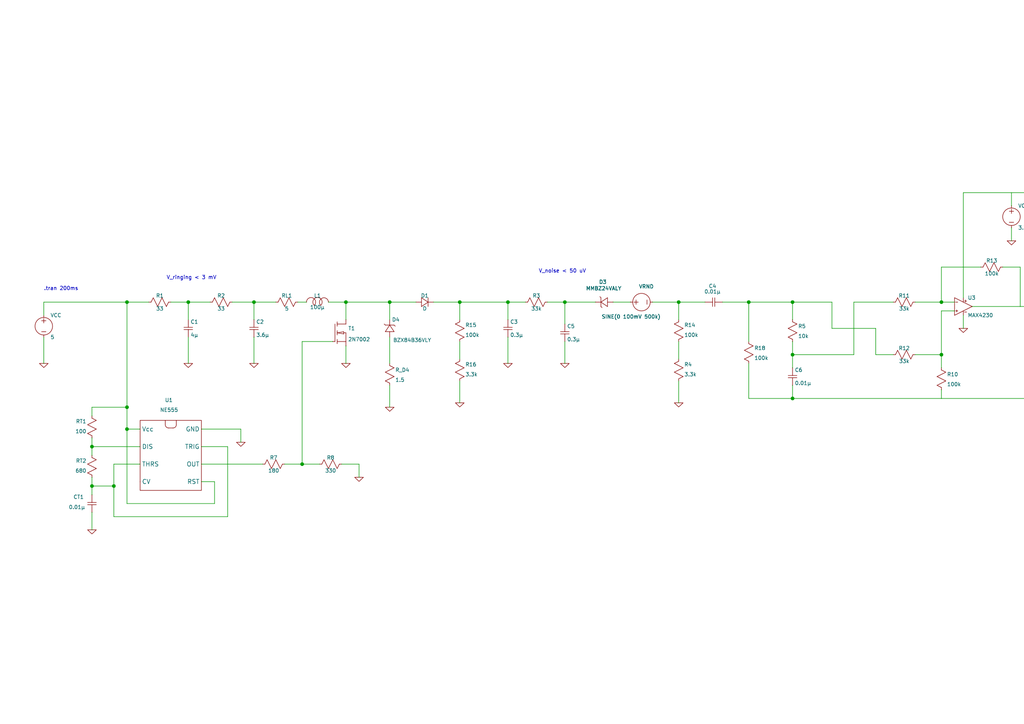
<source format=kicad_sch>
(kicad_sch (version 20231120) (generator "eeschema") (generator_version "8.0")
  (paper "A4")
  (lib_symbols
    (symbol "ltspice:GND" (power)
      (symbol "GND_0_0"
        (polyline (pts (xy 1.27 0) (xy -1.27 0) (xy 0 -1.1938) (xy 1.27 0) (xy -1.27 0) (xy 0 -1.1938)) (stroke (width 0.1524)))
        (pin power_in line (at 0 0 0) (length 0.0005) (name "") (number ""))
      )
    )
    (symbol "ltspice:Misc/NE555" (pin_numbers hide)
      (symbol "Misc/NE555_0_0"
        (rectangle (start -8.89 10.16) (end 8.89 -10.16) (stroke (width 0.1524)))
        (arc (start -1.6002 8.89) (mid -1.3175 8.2075) (end -0.635 7.9502) (stroke (width 0.1524)))
        (polyline (pts (xy -1.6002 8.89) (xy -1.6002 10.16)) (stroke (width 0.1524)))
        (polyline (pts (xy 0.635 7.9502) (xy -0.635 7.9502)) (stroke (width 0.1524)))
        (polyline (pts (xy 1.6002 8.89) (xy 1.6002 10.16)) (stroke (width 0.1524)))
        (arc (start 0.635 7.9502) (mid 1.2995 8.2255) (end 1.6002 8.89) (stroke (width 0.1524)))
        (pin passive line (at -8.89 7.62 0) (length 0.0005) (name "GND") (number "1"))
        (pin passive line (at -8.89 2.54 0) (length 0.0005) (name "TRIG") (number "2"))
        (pin passive line (at -8.89 -2.54 0) (length 0.0005) (name "OUT") (number "3"))
        (pin passive line (at -8.89 -7.62 0) (length 0.0005) (name "RST") (number "4"))
        (pin passive line (at 8.89 -7.62 180) (length 0.0005) (name "CV") (number "5"))
        (pin passive line (at 8.89 -2.54 180) (length 0.0005) (name "THRS") (number "6"))
        (pin passive line (at 8.89 2.54 180) (length 0.0005) (name "DIS") (number "7"))
        (pin passive line (at 8.89 7.62 180) (length 0.0005) (name "Vcc") (number "8"))
      )
    )
    (symbol "ltspice:OpAmps/MAX4230" (pin_numbers hide)
      (symbol "OpAmps/MAX4230_0_0"
        (polyline (pts (xy -2.54 -7.62) (xy -2.54 -2.54)) (stroke (width 0.1524)))
        (polyline (pts (xy -1.905 -6.0452) (xy -1.905 -6.6802)) (stroke (width 0.1524)))
        (polyline (pts (xy -1.6002 -6.35) (xy -2.2352 -6.35)) (stroke (width 0.1524)))
        (polyline (pts (xy -1.6002 -3.81) (xy -2.2352 -3.81)) (stroke (width 0.1524)))
        (polyline (pts (xy 0 -6.35) (xy 0 -7.62)) (stroke (width 0.1524)))
        (polyline (pts (xy 0 -3.81) (xy 0 -2.54)) (stroke (width 0.1524)))
        (polyline (pts (xy 0.635 -3.81) (xy 0.635 -3.175)) (stroke (width 0.1524)))
        (polyline (pts (xy 0.9652 -6.6802) (xy 0.3302 -6.6802)) (stroke (width 0.1524)))
        (polyline (pts (xy 0.9652 -3.5052) (xy 0.3302 -3.5052)) (stroke (width 0.1524)))
        (polyline (pts (xy 2.54 -5.08) (xy -2.54 -7.62)) (stroke (width 0.1524)))
        (polyline (pts (xy 2.54 -5.08) (xy -2.54 -2.54)) (stroke (width 0.1524)))
        (pin passive line (at -2.54 -6.35 0) (length 0.0005) (name "In+") (number "1"))
        (pin passive line (at -2.54 -3.81 0) (length 0.0005) (name "In-") (number "2"))
        (pin passive line (at 0 -2.54 0) (length 0.0005) (name "V+") (number "3"))
        (pin passive line (at 0 -7.62 0) (length 0.0005) (name "V-") (number "4"))
        (pin passive line (at 2.54 -5.08 0) (length 0.0005) (name "OUT") (number "5"))
      )
    )
    (symbol "ltspice:cap" (pin_numbers hide)
      (symbol "cap_0_0"
        (polyline (pts (xy 1.27 -5.08) (xy 1.27 -2.8702)) (stroke (width 0.1524)))
        (polyline (pts (xy 1.27 0) (xy 1.27 -2.2352)) (stroke (width 0.1524)))
        (polyline (pts (xy 2.54 -2.8702) (xy 0 -2.8702)) (stroke (width 0.1524)))
        (polyline (pts (xy 2.54 -2.2352) (xy 0 -2.2352)) (stroke (width 0.1524)))
        (pin passive line (at 1.27 0 0) (length 0.0005) (name "") (number "1"))
        (pin passive line (at 1.27 -5.08 0) (length 0.0005) (name "") (number "2"))
      )
    )
    (symbol "ltspice:diode" (pin_numbers hide)
      (symbol "diode_0_0"
        (polyline (pts (xy 1.27 -5.08) (xy 1.27 -3.5052)) (stroke (width 0.1524)))
        (polyline (pts (xy 1.27 -3.5052) (xy 0 -1.6002)) (stroke (width 0.1524)))
        (polyline (pts (xy 1.27 -3.5052) (xy 2.54 -1.6002)) (stroke (width 0.1524)))
        (polyline (pts (xy 1.27 -1.6002) (xy 1.27 0)) (stroke (width 0.1524)))
        (polyline (pts (xy 2.54 -3.5052) (xy 0 -3.5052)) (stroke (width 0.1524)))
        (polyline (pts (xy 2.54 -1.6002) (xy 0 -1.6002)) (stroke (width 0.1524)))
        (pin passive line (at 1.27 0 0) (length 0.0005) (name "+") (number "1"))
        (pin passive line (at 1.27 -5.08 0) (length 0.0005) (name "-") (number "2"))
      )
    )
    (symbol "ltspice:ind" (pin_numbers hide)
      (symbol "ind_0_0"
        (arc (start 0.3302 -5.4102) (mid 2.6171 -4.436) (end 0.3302 -3.5052) (stroke (width 0.1524)))
        (arc (start 0.3302 -3.5052) (mid 2.518 -3.0472) (end 1.27 -1.27) (stroke (width 0.1524)))
        (arc (start 1.27 -7.62) (mid 2.4433 -5.864) (end 0.3302 -5.4102) (stroke (width 0.1524)))
        (pin passive line (at 1.27 -1.27 0) (length 0.0005) (name "") (number "1"))
        (pin passive line (at 1.27 -7.62 0) (length 0.0005) (name "") (number "2"))
      )
    )
    (symbol "ltspice:nmos" (pin_numbers hide)
      (symbol "nmos_0_0"
        (polyline (pts (xy 0.635 -6.35) (xy 0 -6.35)) (stroke (width 0.1524)))
        (polyline (pts (xy 0.635 -6.35) (xy 0.635 -1.27)) (stroke (width 0.1524)))
        (polyline (pts (xy 1.27 -6.985) (xy 1.27 -5.715)) (stroke (width 0.1524)))
        (polyline (pts (xy 1.27 -4.445) (xy 1.27 -3.175)) (stroke (width 0.1524)))
        (polyline (pts (xy 1.27 -1.905) (xy 1.27 -0.635)) (stroke (width 0.1524)))
        (polyline (pts (xy 1.27 -1.27) (xy 3.81 -1.27)) (stroke (width 0.1524)))
        (polyline (pts (xy 3.175 -4.1402) (xy 1.27 -3.81)) (stroke (width 0.1524)))
        (polyline (pts (xy 3.175 -4.1402) (xy 3.175 -3.5052)) (stroke (width 0.1524)))
        (polyline (pts (xy 3.175 -3.5052) (xy 1.27 -3.81)) (stroke (width 0.1524)))
        (polyline (pts (xy 3.81 -7.62) (xy 3.81 -3.81)) (stroke (width 0.1524)))
        (polyline (pts (xy 3.81 -6.35) (xy 1.27 -6.35)) (stroke (width 0.1524)))
        (polyline (pts (xy 3.81 -3.81) (xy 3.175 -3.81)) (stroke (width 0.1524)))
        (polyline (pts (xy 3.81 -1.27) (xy 3.81 0)) (stroke (width 0.1524)))
        (pin passive line (at 3.81 0 0) (length 0.0005) (name "D") (number "1"))
        (pin passive line (at 0 -6.35 0) (length 0.0005) (name "G") (number "2"))
        (pin passive line (at 3.81 -7.62 0) (length 0.0005) (name "S") (number "3"))
      )
    )
    (symbol "ltspice:res" (pin_numbers hide)
      (symbol "res_0_0"
        (polyline (pts (xy 0 -6.35) (xy 2.54 -5.08)) (stroke (width 0.1524)))
        (polyline (pts (xy 0 -3.81) (xy 2.54 -2.54)) (stroke (width 0.1524)))
        (polyline (pts (xy 1.27 -7.62) (xy 1.27 -6.985)) (stroke (width 0.1524)))
        (polyline (pts (xy 1.27 -6.985) (xy 0 -6.35)) (stroke (width 0.1524)))
        (polyline (pts (xy 1.27 -1.905) (xy 1.27 -1.27)) (stroke (width 0.1524)))
        (polyline (pts (xy 2.54 -5.08) (xy 0 -3.81)) (stroke (width 0.1524)))
        (polyline (pts (xy 2.54 -2.54) (xy 1.27 -1.905)) (stroke (width 0.1524)))
        (pin passive line (at 1.27 -1.27 0) (length 0.0005) (name "") (number "1"))
        (pin passive line (at 1.27 -7.62 0) (length 0.0005) (name "") (number "2"))
      )
    )
    (symbol "ltspice:voltage" (pin_numbers hide)
      (symbol "voltage_0_0"
        (circle (center 0 -4.445) (radius 2.54) (stroke (width 0.1524)))
        (polyline (pts (xy 0 -6.985) (xy 0 -7.62)) (stroke (width 0.1524)))
        (polyline (pts (xy 0 -3.5052) (xy 0 -2.2352)) (stroke (width 0.1524)))
        (polyline (pts (xy 0 -1.905) (xy 0 -1.27)) (stroke (width 0.1524)))
        (polyline (pts (xy 0.635 -6.0452) (xy -0.635 -6.0452)) (stroke (width 0.1524)))
        (polyline (pts (xy 0.635 -2.8702) (xy -0.635 -2.8702)) (stroke (width 0.1524)))
        (pin passive line (at 0 -1.27 0) (length 0.0005) (name "+") (number "1"))
        (pin passive line (at 0 -7.62 0) (length 0.0005) (name "-") (number "2"))
      )
    )
    (symbol "ltspice:zener" (pin_numbers hide)
      (symbol "zener_0_0"
        (polyline (pts (xy -0.3302 -3.81) (xy 0 -3.5052)) (stroke (width 0.1524)))
        (polyline (pts (xy 1.27 -5.08) (xy 1.27 -3.5052)) (stroke (width 0.1524)))
        (polyline (pts (xy 1.27 -3.5052) (xy 0 -1.6002)) (stroke (width 0.1524)))
        (polyline (pts (xy 1.27 -3.5052) (xy 2.54 -1.6002)) (stroke (width 0.1524)))
        (polyline (pts (xy 1.27 -1.6002) (xy 1.27 0)) (stroke (width 0.1524)))
        (polyline (pts (xy 2.54 -3.5052) (xy 0 -3.5052)) (stroke (width 0.1524)))
        (polyline (pts (xy 2.54 -1.6002) (xy 0 -1.6002)) (stroke (width 0.1524)))
        (polyline (pts (xy 2.8702 -3.175) (xy 2.54 -3.5052)) (stroke (width 0.1524)))
        (pin passive line (at 1.27 0 0) (length 0.0005) (name "+") (number "1"))
        (pin passive line (at 1.27 -5.08 0) (length 0.0005) (name "-") (number "2"))
      )
    )
  )
  (junction (at 217.17 87.63))
  (junction (at 87.63 134.62))
  (junction (at 54.61 87.63))
  (junction (at 316.23 55.88))
  (junction (at 316.23 69.85))
  (junction (at 113.03 87.63))
  (junction (at 147.32 87.63))
  (junction (at 36.83 87.63))
  (junction (at 273.05 102.87))
  (junction (at 26.67 129.54))
  (junction (at 36.83 118.11))
  (junction (at 196.85 87.63))
  (junction (at 73.66 87.63))
  (junction (at 26.67 140.97))
  (junction (at 133.35 87.63))
  (junction (at 100.33 87.63))
  (junction (at 36.83 124.46))
  (junction (at 163.83 87.63))
  (junction (at 229.87 115.57))
  (junction (at 273.05 87.63))
  (junction (at 33.02 140.97))
  (junction (at 229.87 102.87))
  (junction (at 229.87 87.63))
  (junction (at 337.82 68.58))
  (wire (pts (xy 133.35 87.63) (xy 125.73 87.63)) (stroke (width 0.1524)))
  (wire (pts (xy 62.23 139.7) (xy 58.42 139.7)) (stroke (width 0.1524)))
  (wire (pts (xy 12.7 105.41) (xy 12.7 97.79)) (stroke (width 0.1524)))
  (wire (pts (xy 241.3 95.25) (xy 241.3 87.63)) (stroke (width 0.1524)))
  (wire (pts (xy 36.83 124.46) (xy 36.83 118.11)) (stroke (width 0.1524)))
  (wire (pts (xy 152.4 87.63) (xy 147.32 87.63)) (stroke (width 0.1524)))
  (wire (pts (xy 337.82 115.57) (xy 337.82 68.58)) (stroke (width 0.1524)))
  (wire (pts (xy 259.08 102.87) (xy 254 102.87)) (stroke (width 0.1524)))
  (wire (pts (xy 337.82 68.58) (xy 334.01 68.58)) (stroke (width 0.1524)))
  (wire (pts (xy 26.67 140.97) (xy 26.67 138.43)) (stroke (width 0.1524)))
  (wire (pts (xy 247.65 102.87) (xy 247.65 87.63)) (stroke (width 0.1524)))
  (wire (pts (xy 276.86 90.17) (xy 273.05 90.17)) (stroke (width 0.1524)))
  (wire (pts (xy 254 102.87) (xy 254 95.25)) (stroke (width 0.1524)))
  (wire (pts (xy 303.53 69.85) (xy 303.53 66.04)) (stroke (width 0.1524)))
  (wire (pts (xy 163.83 87.63) (xy 158.75 87.63)) (stroke (width 0.1524)))
  (wire (pts (xy 62.23 146.05) (xy 62.23 139.7)) (stroke (width 0.1524)))
  (wire (pts (xy 331.47 74.93) (xy 331.47 71.12)) (stroke (width 0.1524)))
  (wire (pts (xy 284.48 77.47) (xy 273.05 77.47)) (stroke (width 0.1524)))
  (wire (pts (xy 217.17 87.63) (xy 209.55 87.63)) (stroke (width 0.1524)))
  (wire (pts (xy 54.61 87.63) (xy 49.53 87.63)) (stroke (width 0.1524)))
  (wire (pts (xy 133.35 116.84) (xy 133.35 110.49)) (stroke (width 0.1524)))
  (wire (pts (xy 113.03 87.63) (xy 100.33 87.63)) (stroke (width 0.1524)))
  (wire (pts (xy 295.91 88.9) (xy 295.91 77.47)) (stroke (width 0.1524)))
  (wire (pts (xy 316.23 59.69) (xy 316.23 55.88)) (stroke (width 0.1524)))
  (wire (pts (xy 113.03 118.11) (xy 113.03 111.76)) (stroke (width 0.1524)))
  (wire (pts (xy 73.66 105.41) (xy 73.66 97.79)) (stroke (width 0.1524)))
  (wire (pts (xy 247.65 102.87) (xy 229.87 102.87)) (stroke (width 0.1524)))
  (wire (pts (xy 295.91 77.47) (xy 290.83 77.47)) (stroke (width 0.1524)))
  (wire (pts (xy 69.85 124.46) (xy 58.42 124.46)) (stroke (width 0.1524)))
  (wire (pts (xy 104.14 138.43) (xy 104.14 134.62)) (stroke (width 0.1524)))
  (wire (pts (xy 273.05 87.63) (xy 273.05 77.47)) (stroke (width 0.1524)))
  (wire (pts (xy 40.64 129.54) (xy 26.67 129.54)) (stroke (width 0.1524)))
  (wire (pts (xy 204.47 87.63) (xy 196.85 87.63)) (stroke (width 0.1524)))
  (wire (pts (xy 303.53 55.88) (xy 293.37 55.88)) (stroke (width 0.1524)))
  (wire (pts (xy 113.03 92.71) (xy 113.03 87.63)) (stroke (width 0.1524)))
  (wire (pts (xy 337.82 115.57) (xy 273.05 115.57)) (stroke (width 0.1524)))
  (wire (pts (xy 54.61 92.71) (xy 54.61 87.63)) (stroke (width 0.1524)))
  (wire (pts (xy 182.88 87.63) (xy 177.8 87.63)) (stroke (width 0.1524)))
  (wire (pts (xy 33.02 149.86) (xy 33.02 140.97)) (stroke (width 0.1524)))
  (wire (pts (xy 196.85 116.84) (xy 196.85 110.49)) (stroke (width 0.1524)))
  (wire (pts (xy 96.52 99.06) (xy 87.63 99.06)) (stroke (width 0.1524)))
  (wire (pts (xy 325.12 67.31) (xy 325.12 60.96)) (stroke (width 0.1524)))
  (wire (pts (xy 73.66 87.63) (xy 67.31 87.63)) (stroke (width 0.1524)))
  (wire (pts (xy 303.53 60.96) (xy 303.53 55.88)) (stroke (width 0.1524)))
  (wire (pts (xy 229.87 115.57) (xy 229.87 111.76)) (stroke (width 0.1524)))
  (wire (pts (xy 76.2 134.62) (xy 58.42 134.62)) (stroke (width 0.1524)))
  (wire (pts (xy 196.85 87.63) (xy 189.23 87.63)) (stroke (width 0.1524)))
  (wire (pts (xy 273.05 106.68) (xy 273.05 102.87)) (stroke (width 0.1524)))
  (wire (pts (xy 60.96 87.63) (xy 54.61 87.63)) (stroke (width 0.1524)))
  (wire (pts (xy 229.87 102.87) (xy 229.87 99.06)) (stroke (width 0.1524)))
  (wire (pts (xy 229.87 115.57) (xy 217.17 115.57)) (stroke (width 0.1524)))
  (wire (pts (xy 316.23 69.85) (xy 316.23 66.04)) (stroke (width 0.1524)))
  (wire (pts (xy 163.83 93.98) (xy 163.83 87.63)) (stroke (width 0.1524)))
  (wire (pts (xy 316.23 73.66) (xy 316.23 69.85)) (stroke (width 0.1524)))
  (wire (pts (xy 196.85 92.71) (xy 196.85 87.63)) (stroke (width 0.1524)))
  (wire (pts (xy 217.17 115.57) (xy 217.17 105.41)) (stroke (width 0.1524)))
  (wire (pts (xy 36.83 118.11) (xy 26.67 118.11)) (stroke (width 0.1524)))
  (wire (pts (xy 40.64 124.46) (xy 36.83 124.46)) (stroke (width 0.1524)))
  (wire (pts (xy 26.67 153.67) (xy 26.67 148.59)) (stroke (width 0.1524)))
  (wire (pts (xy 66.04 129.54) (xy 58.42 129.54)) (stroke (width 0.1524)))
  (wire (pts (xy 36.83 87.63) (xy 12.7 87.63)) (stroke (width 0.1524)))
  (wire (pts (xy 54.61 105.41) (xy 54.61 97.79)) (stroke (width 0.1524)))
  (wire (pts (xy 295.91 88.9) (xy 281.94 88.9)) (stroke (width 0.1524)))
  (wire (pts (xy 26.67 120.65) (xy 26.67 118.11)) (stroke (width 0.1524)))
  (wire (pts (xy 316.23 55.88) (xy 303.53 55.88)) (stroke (width 0.1524)))
  (wire (pts (xy 229.87 87.63) (xy 217.17 87.63)) (stroke (width 0.1524)))
  (wire (pts (xy 279.4 95.25) (xy 279.4 91.44)) (stroke (width 0.1524)))
  (wire (pts (xy 331.47 55.88) (xy 316.23 55.88)) (stroke (width 0.1524)))
  (wire (pts (xy 293.37 59.69) (xy 293.37 55.88)) (stroke (width 0.1524)))
  (wire (pts (xy 69.85 128.27) (xy 69.85 124.46)) (stroke (width 0.1524)))
  (wire (pts (xy 133.35 104.14) (xy 133.35 99.06)) (stroke (width 0.1524)))
  (wire (pts (xy 26.67 143.51) (xy 26.67 140.97)) (stroke (width 0.1524)))
  (wire (pts (xy 293.37 55.88) (xy 279.4 55.88)) (stroke (width 0.1524)))
  (wire (pts (xy 36.83 146.05) (xy 36.83 124.46)) (stroke (width 0.1524)))
  (wire (pts (xy 133.35 92.71) (xy 133.35 87.63)) (stroke (width 0.1524)))
  (wire (pts (xy 299.72 88.9) (xy 295.91 88.9)) (stroke (width 0.1524)))
  (wire (pts (xy 241.3 87.63) (xy 229.87 87.63)) (stroke (width 0.1524)))
  (wire (pts (xy 337.82 60.96) (xy 325.12 60.96)) (stroke (width 0.1524)))
  (wire (pts (xy 196.85 104.14) (xy 196.85 99.06)) (stroke (width 0.1524)))
  (wire (pts (xy 12.7 91.44) (xy 12.7 87.63)) (stroke (width 0.1524)))
  (wire (pts (xy 66.04 149.86) (xy 66.04 129.54)) (stroke (width 0.1524)))
  (wire (pts (xy 43.18 87.63) (xy 36.83 87.63)) (stroke (width 0.1524)))
  (wire (pts (xy 87.63 134.62) (xy 82.55 134.62)) (stroke (width 0.1524)))
  (wire (pts (xy 92.71 134.62) (xy 87.63 134.62)) (stroke (width 0.1524)))
  (wire (pts (xy 259.08 87.63) (xy 247.65 87.63)) (stroke (width 0.1524)))
  (wire (pts (xy 33.02 140.97) (xy 26.67 140.97)) (stroke (width 0.1524)))
  (wire (pts (xy 147.32 105.41) (xy 147.32 97.79)) (stroke (width 0.1524)))
  (wire (pts (xy 104.14 134.62) (xy 99.06 134.62)) (stroke (width 0.1524)))
  (wire (pts (xy 100.33 92.71) (xy 100.33 87.63)) (stroke (width 0.1524)))
  (wire (pts (xy 337.82 68.58) (xy 337.82 60.96)) (stroke (width 0.1524)))
  (wire (pts (xy 273.05 102.87) (xy 273.05 90.17)) (stroke (width 0.1524)))
  (wire (pts (xy 62.23 146.05) (xy 36.83 146.05)) (stroke (width 0.1524)))
  (wire (pts (xy 147.32 92.71) (xy 147.32 87.63)) (stroke (width 0.1524)))
  (wire (pts (xy 26.67 132.08) (xy 26.67 129.54)) (stroke (width 0.1524)))
  (wire (pts (xy 87.63 134.62) (xy 87.63 99.06)) (stroke (width 0.1524)))
  (wire (pts (xy 293.37 69.85) (xy 293.37 66.04)) (stroke (width 0.1524)))
  (wire (pts (xy 172.72 87.63) (xy 163.83 87.63)) (stroke (width 0.1524)))
  (wire (pts (xy 100.33 105.41) (xy 100.33 100.33)) (stroke (width 0.1524)))
  (wire (pts (xy 273.05 87.63) (xy 265.43 87.63)) (stroke (width 0.1524)))
  (wire (pts (xy 316.23 83.82) (xy 316.23 80.01)) (stroke (width 0.1524)))
  (wire (pts (xy 276.86 87.63) (xy 273.05 87.63)) (stroke (width 0.1524)))
  (wire (pts (xy 80.01 87.63) (xy 73.66 87.63)) (stroke (width 0.1524)))
  (wire (pts (xy 273.05 115.57) (xy 229.87 115.57)) (stroke (width 0.1524)))
  (wire (pts (xy 217.17 99.06) (xy 217.17 87.63)) (stroke (width 0.1524)))
  (wire (pts (xy 36.83 118.11) (xy 36.83 87.63)) (stroke (width 0.1524)))
  (wire (pts (xy 229.87 106.68) (xy 229.87 102.87)) (stroke (width 0.1524)))
  (wire (pts (xy 273.05 102.87) (xy 265.43 102.87)) (stroke (width 0.1524)))
  (wire (pts (xy 273.05 115.57) (xy 273.05 113.03)) (stroke (width 0.1524)))
  (wire (pts (xy 33.02 140.97) (xy 33.02 134.62)) (stroke (width 0.1524)))
  (wire (pts (xy 328.93 69.85) (xy 316.23 69.85)) (stroke (width 0.1524)))
  (wire (pts (xy 163.83 105.41) (xy 163.83 99.06)) (stroke (width 0.1524)))
  (wire (pts (xy 147.32 87.63) (xy 133.35 87.63)) (stroke (width 0.1524)))
  (wire (pts (xy 254 95.25) (xy 241.3 95.25)) (stroke (width 0.1524)))
  (wire (pts (xy 88.9 87.63) (xy 86.36 87.63)) (stroke (width 0.1524)))
  (wire (pts (xy 328.93 67.31) (xy 325.12 67.31)) (stroke (width 0.1524)))
  (wire (pts (xy 26.67 129.54) (xy 26.67 127)) (stroke (width 0.1524)))
  (wire (pts (xy 73.66 92.71) (xy 73.66 87.63)) (stroke (width 0.1524)))
  (wire (pts (xy 40.64 134.62) (xy 33.02 134.62)) (stroke (width 0.1524)))
  (wire (pts (xy 331.47 66.04) (xy 331.47 55.88)) (stroke (width 0.1524)))
  (wire (pts (xy 113.03 105.41) (xy 113.03 97.79)) (stroke (width 0.1524)))
  (wire (pts (xy 100.33 87.63) (xy 95.25 87.63)) (stroke (width 0.1524)))
  (wire (pts (xy 120.65 87.63) (xy 113.03 87.63)) (stroke (width 0.1524)))
  (wire (pts (xy 279.4 86.36) (xy 279.4 55.88)) (stroke (width 0.1524)))
  (wire (pts (xy 229.87 92.71) (xy 229.87 87.63)) (stroke (width 0.1524)))
  (wire (pts (xy 66.04 149.86) (xy 33.02 149.86)) (stroke (width 0.1524)))
  (text ".tran 200ms" (at 12.7 83.82 0) (effects (font (size 1.0668 1.0668)) (justify left)))
  (text "V_ringing < 3 mV" (at 48.26 80.645 0) (effects (font (size 1.0668 1.0668)) (justify left)))
  (text "V_noise < 50 uV" (at 156.21 78.74 0) (effects (font (size 1.0668 1.0668)) (justify left)))
  (hierarchical_label "GEN" (shape output) (at 299.72 88.9 0))
  (symbol (lib_id "ltspice:res") (at 195.58 100.33 0) (mirror x) (unit 1)
    (property "Reference" "R14" (at 198.4502 94.2848 0) (effects (font (size 1.0668 1.0668)) (justify left)))
    (property "Value" "100k" (at 198.4502 97.155 0) (effects (font (size 1.0668 1.0668)) (justify left)))
    (property "Sim.Device" "R" (effects (hide yes)))
    (property "Sim.Params" "R=${VALUE}" (effects (hide yes)))
  )
  (symbol (lib_id "ltspice:GND") (at 196.85 116.84 0) (unit 1)
    (property "Reference" "#GND015" (effects (hide yes)))
    (property "Value" "0" (effects (hide yes)))
  )
  (symbol (lib_id "ltspice:ind") (at 87.63 88.9 90) (unit 1)
    (property "Reference" "L1" (at 92.075 86.36 90) (effects (font (size 1.0668 1.0668)) (justify top)))
    (property "Value" "100µ" (at 92.075 88.4936 90) (effects (font (size 1.0668 1.0668)) (justify bottom)))
    (property "Sim.Device" "L" (effects (hide yes)))
    (property "Sim.Params" "L=${VALUE}" (effects (hide yes)))
  )
  (symbol (lib_id "ltspice:GND") (at 26.67 153.67 0) (unit 1)
    (property "Reference" "#GND007" (effects (hide yes)))
    (property "Value" "0" (effects (hide yes)))
  )
  (symbol (lib_id "ltspice:GND") (at 279.4 95.25 0) (unit 1)
    (property "Reference" "#GND011" (effects (hide yes)))
    (property "Value" "0" (effects (hide yes)))
  )
  (symbol (lib_id "ltspice:res") (at 132.08 111.76 0) (mirror x) (unit 1)
    (property "Reference" "R16" (at 134.9502 105.7148 0) (effects (font (size 1.0668 1.0668)) (justify left)))
    (property "Value" "3.3k" (at 134.9502 108.585 0) (effects (font (size 1.0668 1.0668)) (justify left)))
    (property "Sim.Device" "R" (effects (hide yes)))
    (property "Sim.Params" "R=${VALUE}" (effects (hide yes)))
  )
  (symbol (lib_id "ltspice:diode") (at 120.65 88.9 90) (unit 1)
    (property "Reference" "D1" (at 123.19 86.36 90) (effects (font (size 1.0668 1.0668)) (justify top)))
    (property "Value" "D" (at 123.19 88.9 90) (effects (font (size 1.0668 1.0668)) (justify bottom)))
    (property "Sim.Device" "SPICE" (effects (hide yes)))
    (property "Sim.Params" "model=\"D\"" (effects (hide yes)))
  )
  (symbol (lib_id "ltspice:res") (at 50.8 86.36 270) (unit 1)
    (property "Reference" "R1" (at 46.355 86.36 90) (effects (font (size 1.0668 1.0668)) (justify bottom)))
    (property "Value" "33" (at 46.355 88.9 90) (effects (font (size 1.0668 1.0668)) (justify top)))
    (property "Sim.Device" "R" (effects (hide yes)))
    (property "Sim.Params" "R=${VALUE}" (effects (hide yes)))
  )
  (symbol (lib_id "ltspice:res") (at 27.94 139.7 180) (unit 1)
    (property "Reference" "RT2" (at 25.0698 133.6548 0) (effects (font (size 1.0668 1.0668)) (justify left)))
    (property "Value" "680" (at 25.0698 136.525 0) (effects (font (size 1.0668 1.0668)) (justify left)))
    (property "Sim.Device" "R" (effects (hide yes)))
    (property "Sim.Params" "R=${VALUE}" (effects (hide yes)))
  )
  (symbol (lib_id "ltspice:res") (at 87.63 86.36 270) (unit 1)
    (property "Reference" "RL1" (at 83.185 86.36 90) (effects (font (size 1.0668 1.0668)) (justify bottom)))
    (property "Value" "5" (at 83.185 88.9 90) (effects (font (size 1.0668 1.0668)) (justify top)))
    (property "Sim.Device" "R" (effects (hide yes)))
    (property "Sim.Params" "R=${VALUE}" (effects (hide yes)))
  )
  (symbol (lib_id "ltspice:GND") (at 73.66 105.41 0) (unit 1)
    (property "Reference" "#GND000" (effects (hide yes)))
    (property "Value" "0" (effects (hide yes)))
  )
  (symbol (lib_id "ltspice:res") (at 100.33 133.35 270) (unit 1)
    (property "Reference" "R8" (at 95.885 133.35 90) (effects (font (size 1.0668 1.0668)) (justify bottom)))
    (property "Value" "330" (at 95.885 135.89 90) (effects (font (size 1.0668 1.0668)) (justify top)))
    (property "Sim.Device" "R" (effects (hide yes)))
    (property "Sim.Params" "R=${VALUE}" (effects (hide yes)))
  )
  (symbol (lib_id "ltspice:voltage") (at 293.37 58.42 0) (unit 1)
    (property "Reference" "VCC1" (at 295.275 59.69 0) (effects (font (size 1.0668 1.0668)) (justify left)))
    (property "Value" "3.3" (at 295.275 66.04 0) (effects (font (size 1.0668 1.0668)) (justify left)))
    (property "Sim.Device" "SPICE" (effects (hide yes)))
    (property "Sim.Params" "type=\"V\" model=\"${VALUE}\" " (effects (hide yes)))
  )
  (symbol (lib_id "ltspice:cap") (at 209.55 86.36 270) (unit 1)
    (property "Reference" "C4" (at 206.6798 83.5914 90) (effects (font (size 1.0668 1.0668)) (justify bottom)))
    (property "Value" "0.01µ" (at 206.6798 83.9724 90) (effects (font (size 1.0668 1.0668)) (justify top)))
    (property "Sim.Device" "C" (effects (hide yes)))
    (property "Sim.Params" "C=${VALUE}" (effects (hide yes)))
  )
  (symbol (lib_id "ltspice:res") (at 292.1 76.2 270) (unit 1)
    (property "Reference" "R13" (at 287.655 76.2 90) (effects (font (size 1.0668 1.0668)) (justify bottom)))
    (property "Value" "100k" (at 287.655 78.74 90) (effects (font (size 1.0668 1.0668)) (justify top)))
    (property "Sim.Device" "R" (effects (hide yes)))
    (property "Sim.Params" "R=${VALUE}" (effects (hide yes)))
  )
  (symbol (lib_id "ltspice:GND") (at 54.61 105.41 0) (unit 1)
    (property "Reference" "#GND006" (effects (hide yes)))
    (property "Value" "0" (effects (hide yes)))
  )
  (symbol (lib_id "ltspice:zener") (at 177.8 86.36 270) (unit 1)
    (property "Reference" "D3" (at 174.8536 82.3976 90) (effects (font (size 1.0668 1.0668)) (justify bottom)))
    (property "Value" "MMBZ24VALY" (at 175.1076 83.0326 90) (effects (font (size 1.0668 1.0668)) (justify top)))
    (property "Sim.Device" "SPICE" (effects (hide yes)))
    (property "Sim.Params" "model=\"MMBZ24VALY\"" (effects (hide yes)))
  )
  (symbol (lib_id "ltspice:GND") (at 69.85 128.27 0) (unit 1)
    (property "Reference" "#GND008" (effects (hide yes)))
    (property "Value" "0" (effects (hide yes)))
  )
  (symbol (lib_id "ltspice:res") (at 83.82 133.35 270) (unit 1)
    (property "Reference" "R7" (at 79.375 133.35 90) (effects (font (size 1.0668 1.0668)) (justify bottom)))
    (property "Value" "180" (at 79.375 135.89 90) (effects (font (size 1.0668 1.0668)) (justify top)))
    (property "Sim.Device" "R" (effects (hide yes)))
    (property "Sim.Params" "R=${VALUE}" (effects (hide yes)))
  )
  (symbol (lib_id "ltspice:res") (at 314.96 58.42 0) (unit 1)
    (property "Reference" "R9" (at 317.8302 61.595 0) (effects (font (size 1.0668 1.0668)) (justify left)))
    (property "Value" "100k" (at 317.8302 64.4652 0) (effects (font (size 1.0668 1.0668)) (justify left)))
    (property "Sim.Device" "R" (effects (hide yes)))
    (property "Sim.Params" "R=${VALUE}" (effects (hide yes)))
  )
  (symbol (lib_id "ltspice:GND") (at 163.83 105.41 0) (unit 1)
    (property "Reference" "#GND005" (effects (hide yes)))
    (property "Value" "0" (effects (hide yes)))
  )
  (symbol (lib_id "ltspice:nmos") (at 96.52 92.71 0) (unit 1)
    (property "Reference" "T1" (at 100.965 95.25 0) (effects (font (size 1.0668 1.0668)) (justify left)))
    (property "Value" "2N7002" (at 100.965 98.425 0) (effects (font (size 1.0668 1.0668)) (justify left)))
    (property "Sim.Device" "SPICE" (effects (hide yes)))
    (property "Sim.Params" "model=\"2N7002\"" (effects (hide yes)))
  )
  (symbol (lib_id "ltspice:GND") (at 104.14 138.43 0) (unit 1)
    (property "Reference" "#GND009" (effects (hide yes)))
    (property "Value" "0" (effects (hide yes)))
  )
  (symbol (lib_id "ltspice:GND") (at 12.7 105.41 0) (unit 1)
    (property "Reference" "#GND003" (effects (hide yes)))
    (property "Value" "0" (effects (hide yes)))
  )
  (symbol (lib_id "ltspice:cap") (at 72.39 92.71 0) (unit 1)
    (property "Reference" "C2" (at 74.295 93.345 0) (effects (font (size 1.0668 1.0668)) (justify left)))
    (property "Value" "3.6µ" (at 74.295 97.155 0) (effects (font (size 1.0668 1.0668)) (justify left)))
    (property "Sim.Device" "C" (effects (hide yes)))
    (property "Sim.Params" "C=${VALUE}" (effects (hide yes)))
  )
  (symbol (lib_id "ltspice:res") (at 111.76 104.14 0) (unit 1)
    (property "Reference" "R_D4" (at 114.6302 107.315 0) (effects (font (size 1.0668 1.0668)) (justify left)))
    (property "Value" "1.5" (at 114.6302 110.1852 0) (effects (font (size 1.0668 1.0668)) (justify left)))
    (property "Sim.Device" "R" (effects (hide yes)))
    (property "Sim.Params" "R=${VALUE}" (effects (hide yes)))
  )
  (symbol (lib_id "ltspice:res") (at 314.96 72.39 0) (unit 1)
    (property "Reference" "R6" (at 317.8302 75.565 0) (effects (font (size 1.0668 1.0668)) (justify left)))
    (property "Value" "33k" (at 317.8302 78.4352 0) (effects (font (size 1.0668 1.0668)) (justify left)))
    (property "Sim.Device" "R" (effects (hide yes)))
    (property "Sim.Params" "R=${VALUE}" (effects (hide yes)))
  )
  (symbol (lib_id "ltspice:GND") (at 293.37 69.85 0) (unit 1)
    (property "Reference" "#GND013" (effects (hide yes)))
    (property "Value" "0" (effects (hide yes)))
  )
  (symbol (lib_id "ltspice:res") (at 132.08 100.33 0) (mirror x) (unit 1)
    (property "Reference" "R15" (at 134.9502 94.2848 0) (effects (font (size 1.0668 1.0668)) (justify left)))
    (property "Value" "100k" (at 134.9502 97.155 0) (effects (font (size 1.0668 1.0668)) (justify left)))
    (property "Sim.Device" "R" (effects (hide yes)))
    (property "Sim.Params" "R=${VALUE}" (effects (hide yes)))
  )
  (symbol (lib_id "ltspice:res") (at 160.02 86.36 270) (unit 1)
    (property "Reference" "R3" (at 155.575 86.36 90) (effects (font (size 1.0668 1.0668)) (justify bottom)))
    (property "Value" "33k" (at 155.575 88.9 90) (effects (font (size 1.0668 1.0668)) (justify top)))
    (property "Sim.Device" "R" (effects (hide yes)))
    (property "Sim.Params" "R=${VALUE}" (effects (hide yes)))
  )
  (symbol (lib_id "ltspice:GND") (at 113.03 118.11 0) (unit 1)
    (property "Reference" "#GND004" (effects (hide yes)))
    (property "Value" "0" (effects (hide yes)))
  )
  (symbol (lib_id "ltspice:cap") (at 228.6 106.68 0) (unit 1)
    (property "Reference" "C6" (at 230.505 107.315 0) (effects (font (size 1.0668 1.0668)) (justify left)))
    (property "Value" "0.01µ" (at 230.505 111.125 0) (effects (font (size 1.0668 1.0668)) (justify left)))
    (property "Sim.Device" "C" (effects (hide yes)))
    (property "Sim.Params" "C=${VALUE}" (effects (hide yes)))
  )
  (symbol (lib_id "ltspice:zener") (at 111.76 97.79 0) (mirror x) (unit 1)
    (property "Reference" "D4" (at 113.665 92.71 0) (effects (font (size 1.0668 1.0668)) (justify left)))
    (property "Value" "BZX84B36VLY" (at 113.9952 98.6536 0) (effects (font (size 1.0668 1.0668)) (justify left)))
    (property "Sim.Device" "SPICE" (effects (hide yes)))
    (property "Sim.Params" "model=\"BZX84B36VLY\"" (effects (hide yes)))
  )
  (symbol (lib_id "ltspice:GND") (at 316.23 83.82 0) (unit 1)
    (property "Reference" "#GND010" (effects (hide yes)))
    (property "Value" "0" (effects (hide yes)))
  )
  (symbol (lib_id "ltspice:GND") (at 100.33 105.41 0) (unit 1)
    (property "Reference" "#GND001" (effects (hide yes)))
    (property "Value" "0" (effects (hide yes)))
  )
  (symbol (lib_id "ltspice:voltage") (at 181.61 87.63 90) (mirror x) (unit 1)
    (property "Reference" "VRND" (at 189.6364 83.1088 90) (effects (font (size 1.0668 1.0668)) (justify left)))
    (property "Value" "SINE(0 100mV 500k)" (at 191.6176 91.8464 90) (effects (font (size 1.0668 1.0668)) (justify left)))
    (property "Sim.Device" "SPICE" (effects (hide yes)))
    (property "Sim.Params" "type=\"V\" model=\"${VALUE}\" " (effects (hide yes)))
  )
  (symbol (lib_id "ltspice:res") (at 68.58 86.36 270) (unit 1)
    (property "Reference" "R2" (at 64.135 86.36 90) (effects (font (size 1.0668 1.0668)) (justify bottom)))
    (property "Value" "33" (at 64.135 88.9 90) (effects (font (size 1.0668 1.0668)) (justify top)))
    (property "Sim.Device" "R" (effects (hide yes)))
    (property "Sim.Params" "R=${VALUE}" (effects (hide yes)))
  )
  (symbol (lib_id "ltspice:OpAmps/MAX4230") (at 279.4 83.82 0) (unit 1)
    (property "Reference" "U3" (at 280.67 86.36 0) (effects (font (size 1.0668 1.0668)) (justify left)))
    (property "Value" "MAX4230" (at 280.67 91.44 0) (effects (font (size 1.0668 1.0668)) (justify left)))
    (property "Value2" "MAX4230" (effects (hide yes)))
    (property "Sim.Device" "SUBCKT" (effects (hide yes)))
    (property "Sim.Params" "model=\"MAX4230\"" (effects (hide yes)))
  )
  (symbol (lib_id "ltspice:OpAmps/MAX4230") (at 331.47 63.5 0) (unit 1)
    (property "Reference" "U2" (at 332.74 66.04 0) (effects (font (size 1.0668 1.0668)) (justify left)))
    (property "Value" "MAX4230" (at 332.74 71.12 0) (effects (font (size 1.0668 1.0668)) (justify left)))
    (property "Value2" "MAX4230" (effects (hide yes)))
    (property "Sim.Device" "SUBCKT" (effects (hide yes)))
    (property "Sim.Params" "model=\"MAX4230\"" (effects (hide yes)))
  )
  (symbol (lib_id "ltspice:cap") (at 302.26 60.96 0) (unit 1)
    (property "Reference" "C7" (at 304.165 61.595 0) (effects (font (size 1.0668 1.0668)) (justify left)))
    (property "Value" "0.1µ" (at 304.165 65.405 0) (effects (font (size 1.0668 1.0668)) (justify left)))
    (property "Sim.Device" "C" (effects (hide yes)))
    (property "Sim.Params" "C=${VALUE}" (effects (hide yes)))
  )
  (symbol (lib_id "ltspice:GND") (at 147.32 105.41 0) (unit 1)
    (property "Reference" "#GND002" (effects (hide yes)))
    (property "Value" "0" (effects (hide yes)))
  )
  (symbol (lib_id "ltspice:GND") (at 331.47 74.93 0) (unit 1)
    (property "Reference" "#GND012" (effects (hide yes)))
    (property "Value" "0" (effects (hide yes)))
  )
  (symbol (lib_id "ltspice:cap") (at 25.4 143.51 0) (unit 1)
    (property "Reference" "CT1" (at 21.2598 144.145 0) (effects (font (size 1.0668 1.0668)) (justify left)))
    (property "Value" "0.01µ" (at 19.9136 147.0914 0) (effects (font (size 1.0668 1.0668)) (justify left)))
    (property "Sim.Device" "C" (effects (hide yes)))
    (property "Sim.Params" "C=${VALUE}" (effects (hide yes)))
  )
  (symbol (lib_id "ltspice:cap") (at 53.34 92.71 0) (unit 1)
    (property "Reference" "C1" (at 55.245 93.345 0) (effects (font (size 1.0668 1.0668)) (justify left)))
    (property "Value" "4µ" (at 55.245 97.155 0) (effects (font (size 1.0668 1.0668)) (justify left)))
    (property "Sim.Device" "C" (effects (hide yes)))
    (property "Sim.Params" "C=${VALUE}" (effects (hide yes)))
  )
  (symbol (lib_id "ltspice:GND") (at 303.53 69.85 0) (unit 1)
    (property "Reference" "#GND014" (effects (hide yes)))
    (property "Value" "0" (effects (hide yes)))
  )
  (symbol (lib_id "ltspice:voltage") (at 12.7 90.17 0) (unit 1)
    (property "Reference" "VCC" (at 14.605 91.44 0) (effects (font (size 1.0668 1.0668)) (justify left)))
    (property "Value" "5" (at 14.605 97.79 0) (effects (font (size 1.0668 1.0668)) (justify left)))
    (property "Sim.Device" "SPICE" (effects (hide yes)))
    (property "Sim.Params" "type=\"V\" model=\"${VALUE}\" " (effects (hide yes)))
  )
  (symbol (lib_id "ltspice:res") (at 27.94 128.27 180) (unit 1)
    (property "Reference" "RT1" (at 25.0698 122.2248 0) (effects (font (size 1.0668 1.0668)) (justify left)))
    (property "Value" "100" (at 25.0698 125.095 0) (effects (font (size 1.0668 1.0668)) (justify left)))
    (property "Sim.Device" "R" (effects (hide yes)))
    (property "Sim.Params" "R=${VALUE}" (effects (hide yes)))
  )
  (symbol (lib_id "ltspice:res") (at 215.9 97.79 0) (unit 1)
    (property "Reference" "R18" (at 218.7702 100.965 0) (effects (font (size 1.0668 1.0668)) (justify left)))
    (property "Value" "100k" (at 218.7702 103.8352 0) (effects (font (size 1.0668 1.0668)) (justify left)))
    (property "Sim.Device" "R" (effects (hide yes)))
    (property "Sim.Params" "R=${VALUE}" (effects (hide yes)))
  )
  (symbol (lib_id "ltspice:res") (at 266.7 86.36 270) (unit 1)
    (property "Reference" "R11" (at 262.255 86.36 90) (effects (font (size 1.0668 1.0668)) (justify bottom)))
    (property "Value" "33k" (at 262.255 88.9 90) (effects (font (size 1.0668 1.0668)) (justify top)))
    (property "Sim.Device" "R" (effects (hide yes)))
    (property "Sim.Params" "R=${VALUE}" (effects (hide yes)))
  )
  (symbol (lib_id "ltspice:cap") (at 162.56 93.98 0) (unit 1)
    (property "Reference" "C5" (at 164.465 94.615 0) (effects (font (size 1.0668 1.0668)) (justify left)))
    (property "Value" "0.3µ" (at 164.465 98.425 0) (effects (font (size 1.0668 1.0668)) (justify left)))
    (property "Sim.Device" "C" (effects (hide yes)))
    (property "Sim.Params" "C=${VALUE}" (effects (hide yes)))
  )
  (symbol (lib_id "ltspice:res") (at 195.58 111.76 0) (mirror x) (unit 1)
    (property "Reference" "R4" (at 198.4502 105.7148 0) (effects (font (size 1.0668 1.0668)) (justify left)))
    (property "Value" "3.3k" (at 198.4502 108.585 0) (effects (font (size 1.0668 1.0668)) (justify left)))
    (property "Sim.Device" "R" (effects (hide yes)))
    (property "Sim.Params" "R=${VALUE}" (effects (hide yes)))
  )
  (symbol (lib_id "ltspice:res") (at 266.7 101.6 270) (unit 1)
    (property "Reference" "R12" (at 262.255 101.6 90) (effects (font (size 1.0668 1.0668)) (justify bottom)))
    (property "Value" "33k" (at 262.255 104.14 90) (effects (font (size 1.0668 1.0668)) (justify top)))
    (property "Sim.Device" "R" (effects (hide yes)))
    (property "Sim.Params" "R=${VALUE}" (effects (hide yes)))
  )
  (symbol (lib_id "ltspice:cap") (at 146.05 92.71 0) (unit 1)
    (property "Reference" "C3" (at 147.955 93.345 0) (effects (font (size 1.0668 1.0668)) (justify left)))
    (property "Value" "0.3µ" (at 147.955 97.155 0) (effects (font (size 1.0668 1.0668)) (justify left)))
    (property "Sim.Device" "C" (effects (hide yes)))
    (property "Sim.Params" "C=${VALUE}" (effects (hide yes)))
  )
  (symbol (lib_id "ltspice:res") (at 228.6 91.44 0) (unit 1)
    (property "Reference" "R5" (at 231.4702 94.615 0) (effects (font (size 1.0668 1.0668)) (justify left)))
    (property "Value" "10k" (at 231.4702 97.4852 0) (effects (font (size 1.0668 1.0668)) (justify left)))
    (property "Sim.Device" "R" (effects (hide yes)))
    (property "Sim.Params" "R=${VALUE}" (effects (hide yes)))
  )
  (symbol (lib_id "ltspice:GND") (at 133.35 116.84 0) (unit 1)
    (property "Reference" "#GND016" (effects (hide yes)))
    (property "Value" "0" (effects (hide yes)))
  )
  (symbol (lib_id "ltspice:res") (at 271.78 105.41 0) (unit 1)
    (property "Reference" "R10" (at 274.6502 108.585 0) (effects (font (size 1.0668 1.0668)) (justify left)))
    (property "Value" "100k" (at 274.6502 111.4552 0) (effects (font (size 1.0668 1.0668)) (justify left)))
    (property "Sim.Device" "R" (effects (hide yes)))
    (property "Sim.Params" "R=${VALUE}" (effects (hide yes)))
  )
  (symbol (lib_id "ltspice:Misc/NE555") (at 49.53 132.08 0) (mirror y) (unit 1)
    (property "Reference" "U1" (at 48.9712 116.0526 0) (effects (font (size 1.0668 1.0668))))
    (property "Value" "NE555" (at 49.0474 118.8974 0) (effects (font (size 1.0668 1.0668))))
    (property "Value2" "NE555" (effects (hide yes)))
    (property "Sim.Device" "SUBCKT" (effects (hide yes)))
    (property "Sim.Params" "model=\"NE555\"" (effects (hide yes)))
  )
)
</source>
